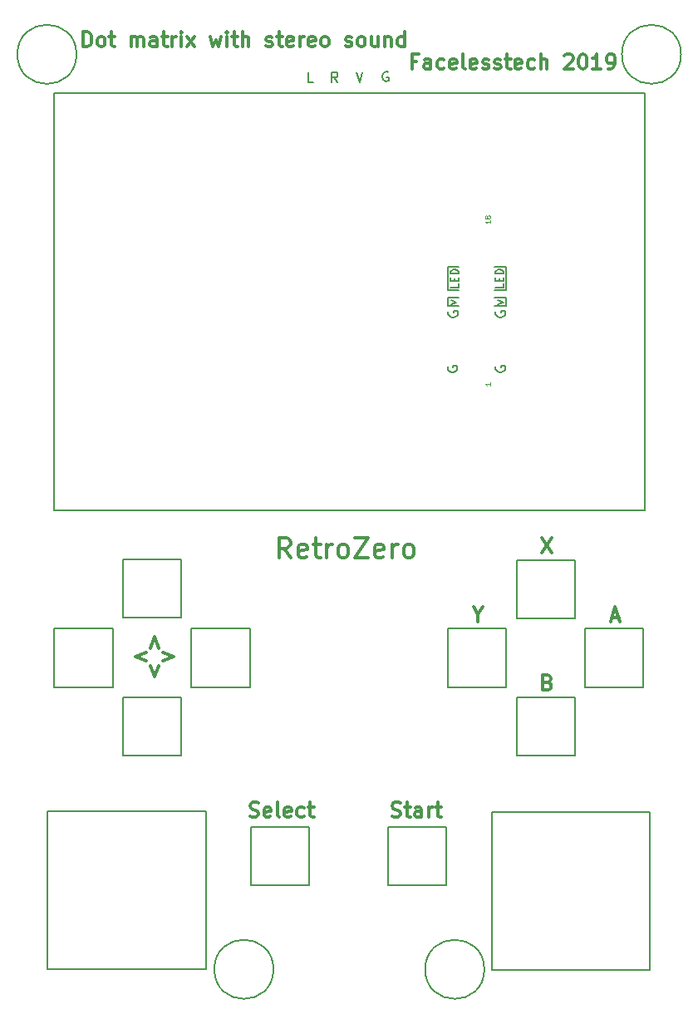
<source format=gbr>
G04 #@! TF.GenerationSoftware,KiCad,Pcbnew,5.0.2+dfsg1-1~bpo9+1*
G04 #@! TF.CreationDate,2019-01-24T11:26:08+00:00*
G04 #@! TF.ProjectId,zeroboy_new_front,7a65726f-626f-4795-9f6e-65775f66726f,rev?*
G04 #@! TF.SameCoordinates,Original*
G04 #@! TF.FileFunction,Legend,Top*
G04 #@! TF.FilePolarity,Positive*
%FSLAX46Y46*%
G04 Gerber Fmt 4.6, Leading zero omitted, Abs format (unit mm)*
G04 Created by KiCad (PCBNEW 5.0.2+dfsg1-1~bpo9+1) date Thu 24 Jan 2019 11:26:08 GMT*
%MOMM*%
%LPD*%
G01*
G04 APERTURE LIST*
%ADD10C,0.300000*%
%ADD11C,0.150000*%
%ADD12C,0.125000*%
G04 APERTURE END LIST*
D10*
X127458588Y-108684131D02*
X127030017Y-109826988D01*
X126601445Y-108684131D01*
X119786857Y-45636571D02*
X119786857Y-44136571D01*
X120144000Y-44136571D01*
X120358285Y-44208000D01*
X120501142Y-44350857D01*
X120572571Y-44493714D01*
X120644000Y-44779428D01*
X120644000Y-44993714D01*
X120572571Y-45279428D01*
X120501142Y-45422285D01*
X120358285Y-45565142D01*
X120144000Y-45636571D01*
X119786857Y-45636571D01*
X121501142Y-45636571D02*
X121358285Y-45565142D01*
X121286857Y-45493714D01*
X121215428Y-45350857D01*
X121215428Y-44922285D01*
X121286857Y-44779428D01*
X121358285Y-44708000D01*
X121501142Y-44636571D01*
X121715428Y-44636571D01*
X121858285Y-44708000D01*
X121929714Y-44779428D01*
X122001142Y-44922285D01*
X122001142Y-45350857D01*
X121929714Y-45493714D01*
X121858285Y-45565142D01*
X121715428Y-45636571D01*
X121501142Y-45636571D01*
X122429714Y-44636571D02*
X123001142Y-44636571D01*
X122644000Y-44136571D02*
X122644000Y-45422285D01*
X122715428Y-45565142D01*
X122858285Y-45636571D01*
X123001142Y-45636571D01*
X124644000Y-45636571D02*
X124644000Y-44636571D01*
X124644000Y-44779428D02*
X124715428Y-44708000D01*
X124858285Y-44636571D01*
X125072571Y-44636571D01*
X125215428Y-44708000D01*
X125286857Y-44850857D01*
X125286857Y-45636571D01*
X125286857Y-44850857D02*
X125358285Y-44708000D01*
X125501142Y-44636571D01*
X125715428Y-44636571D01*
X125858285Y-44708000D01*
X125929714Y-44850857D01*
X125929714Y-45636571D01*
X127286857Y-45636571D02*
X127286857Y-44850857D01*
X127215428Y-44708000D01*
X127072571Y-44636571D01*
X126786857Y-44636571D01*
X126644000Y-44708000D01*
X127286857Y-45565142D02*
X127144000Y-45636571D01*
X126786857Y-45636571D01*
X126644000Y-45565142D01*
X126572571Y-45422285D01*
X126572571Y-45279428D01*
X126644000Y-45136571D01*
X126786857Y-45065142D01*
X127144000Y-45065142D01*
X127286857Y-44993714D01*
X127786857Y-44636571D02*
X128358285Y-44636571D01*
X128001142Y-44136571D02*
X128001142Y-45422285D01*
X128072571Y-45565142D01*
X128215428Y-45636571D01*
X128358285Y-45636571D01*
X128858285Y-45636571D02*
X128858285Y-44636571D01*
X128858285Y-44922285D02*
X128929714Y-44779428D01*
X129001142Y-44708000D01*
X129144000Y-44636571D01*
X129286857Y-44636571D01*
X129786857Y-45636571D02*
X129786857Y-44636571D01*
X129786857Y-44136571D02*
X129715428Y-44208000D01*
X129786857Y-44279428D01*
X129858285Y-44208000D01*
X129786857Y-44136571D01*
X129786857Y-44279428D01*
X130358285Y-45636571D02*
X131144000Y-44636571D01*
X130358285Y-44636571D02*
X131144000Y-45636571D01*
X132715428Y-44636571D02*
X133001142Y-45636571D01*
X133286857Y-44922285D01*
X133572571Y-45636571D01*
X133858285Y-44636571D01*
X134429714Y-45636571D02*
X134429714Y-44636571D01*
X134429714Y-44136571D02*
X134358285Y-44208000D01*
X134429714Y-44279428D01*
X134501142Y-44208000D01*
X134429714Y-44136571D01*
X134429714Y-44279428D01*
X134929714Y-44636571D02*
X135501142Y-44636571D01*
X135144000Y-44136571D02*
X135144000Y-45422285D01*
X135215428Y-45565142D01*
X135358285Y-45636571D01*
X135501142Y-45636571D01*
X136001142Y-45636571D02*
X136001142Y-44136571D01*
X136644000Y-45636571D02*
X136644000Y-44850857D01*
X136572571Y-44708000D01*
X136429714Y-44636571D01*
X136215428Y-44636571D01*
X136072571Y-44708000D01*
X136001142Y-44779428D01*
X138429714Y-45565142D02*
X138572571Y-45636571D01*
X138858285Y-45636571D01*
X139001142Y-45565142D01*
X139072571Y-45422285D01*
X139072571Y-45350857D01*
X139001142Y-45208000D01*
X138858285Y-45136571D01*
X138644000Y-45136571D01*
X138501142Y-45065142D01*
X138429714Y-44922285D01*
X138429714Y-44850857D01*
X138501142Y-44708000D01*
X138644000Y-44636571D01*
X138858285Y-44636571D01*
X139001142Y-44708000D01*
X139501142Y-44636571D02*
X140072571Y-44636571D01*
X139715428Y-44136571D02*
X139715428Y-45422285D01*
X139786857Y-45565142D01*
X139929714Y-45636571D01*
X140072571Y-45636571D01*
X141144000Y-45565142D02*
X141001142Y-45636571D01*
X140715428Y-45636571D01*
X140572571Y-45565142D01*
X140501142Y-45422285D01*
X140501142Y-44850857D01*
X140572571Y-44708000D01*
X140715428Y-44636571D01*
X141001142Y-44636571D01*
X141144000Y-44708000D01*
X141215428Y-44850857D01*
X141215428Y-44993714D01*
X140501142Y-45136571D01*
X141858285Y-45636571D02*
X141858285Y-44636571D01*
X141858285Y-44922285D02*
X141929714Y-44779428D01*
X142001142Y-44708000D01*
X142144000Y-44636571D01*
X142286857Y-44636571D01*
X143358285Y-45565142D02*
X143215428Y-45636571D01*
X142929714Y-45636571D01*
X142786857Y-45565142D01*
X142715428Y-45422285D01*
X142715428Y-44850857D01*
X142786857Y-44708000D01*
X142929714Y-44636571D01*
X143215428Y-44636571D01*
X143358285Y-44708000D01*
X143429714Y-44850857D01*
X143429714Y-44993714D01*
X142715428Y-45136571D01*
X144286857Y-45636571D02*
X144144000Y-45565142D01*
X144072571Y-45493714D01*
X144001142Y-45350857D01*
X144001142Y-44922285D01*
X144072571Y-44779428D01*
X144144000Y-44708000D01*
X144286857Y-44636571D01*
X144501142Y-44636571D01*
X144644000Y-44708000D01*
X144715428Y-44779428D01*
X144786857Y-44922285D01*
X144786857Y-45350857D01*
X144715428Y-45493714D01*
X144644000Y-45565142D01*
X144501142Y-45636571D01*
X144286857Y-45636571D01*
X146501142Y-45565142D02*
X146644000Y-45636571D01*
X146929714Y-45636571D01*
X147072571Y-45565142D01*
X147144000Y-45422285D01*
X147144000Y-45350857D01*
X147072571Y-45208000D01*
X146929714Y-45136571D01*
X146715428Y-45136571D01*
X146572571Y-45065142D01*
X146501142Y-44922285D01*
X146501142Y-44850857D01*
X146572571Y-44708000D01*
X146715428Y-44636571D01*
X146929714Y-44636571D01*
X147072571Y-44708000D01*
X148001142Y-45636571D02*
X147858285Y-45565142D01*
X147786857Y-45493714D01*
X147715428Y-45350857D01*
X147715428Y-44922285D01*
X147786857Y-44779428D01*
X147858285Y-44708000D01*
X148001142Y-44636571D01*
X148215428Y-44636571D01*
X148358285Y-44708000D01*
X148429714Y-44779428D01*
X148501142Y-44922285D01*
X148501142Y-45350857D01*
X148429714Y-45493714D01*
X148358285Y-45565142D01*
X148215428Y-45636571D01*
X148001142Y-45636571D01*
X149786857Y-44636571D02*
X149786857Y-45636571D01*
X149144000Y-44636571D02*
X149144000Y-45422285D01*
X149215428Y-45565142D01*
X149358285Y-45636571D01*
X149572571Y-45636571D01*
X149715428Y-45565142D01*
X149786857Y-45493714D01*
X150501142Y-44636571D02*
X150501142Y-45636571D01*
X150501142Y-44779428D02*
X150572571Y-44708000D01*
X150715428Y-44636571D01*
X150929714Y-44636571D01*
X151072571Y-44708000D01*
X151144000Y-44850857D01*
X151144000Y-45636571D01*
X152501142Y-45636571D02*
X152501142Y-44136571D01*
X152501142Y-45565142D02*
X152358285Y-45636571D01*
X152072571Y-45636571D01*
X151929714Y-45565142D01*
X151858285Y-45493714D01*
X151786857Y-45350857D01*
X151786857Y-44922285D01*
X151858285Y-44779428D01*
X151929714Y-44708000D01*
X152072571Y-44636571D01*
X152358285Y-44636571D01*
X152501142Y-44708000D01*
X153754571Y-47136857D02*
X153254571Y-47136857D01*
X153254571Y-47922571D02*
X153254571Y-46422571D01*
X153968857Y-46422571D01*
X155183142Y-47922571D02*
X155183142Y-47136857D01*
X155111714Y-46994000D01*
X154968857Y-46922571D01*
X154683142Y-46922571D01*
X154540285Y-46994000D01*
X155183142Y-47851142D02*
X155040285Y-47922571D01*
X154683142Y-47922571D01*
X154540285Y-47851142D01*
X154468857Y-47708285D01*
X154468857Y-47565428D01*
X154540285Y-47422571D01*
X154683142Y-47351142D01*
X155040285Y-47351142D01*
X155183142Y-47279714D01*
X156540285Y-47851142D02*
X156397428Y-47922571D01*
X156111714Y-47922571D01*
X155968857Y-47851142D01*
X155897428Y-47779714D01*
X155826000Y-47636857D01*
X155826000Y-47208285D01*
X155897428Y-47065428D01*
X155968857Y-46994000D01*
X156111714Y-46922571D01*
X156397428Y-46922571D01*
X156540285Y-46994000D01*
X157754571Y-47851142D02*
X157611714Y-47922571D01*
X157326000Y-47922571D01*
X157183142Y-47851142D01*
X157111714Y-47708285D01*
X157111714Y-47136857D01*
X157183142Y-46994000D01*
X157326000Y-46922571D01*
X157611714Y-46922571D01*
X157754571Y-46994000D01*
X157826000Y-47136857D01*
X157826000Y-47279714D01*
X157111714Y-47422571D01*
X158683142Y-47922571D02*
X158540285Y-47851142D01*
X158468857Y-47708285D01*
X158468857Y-46422571D01*
X159826000Y-47851142D02*
X159683142Y-47922571D01*
X159397428Y-47922571D01*
X159254571Y-47851142D01*
X159183142Y-47708285D01*
X159183142Y-47136857D01*
X159254571Y-46994000D01*
X159397428Y-46922571D01*
X159683142Y-46922571D01*
X159826000Y-46994000D01*
X159897428Y-47136857D01*
X159897428Y-47279714D01*
X159183142Y-47422571D01*
X160468857Y-47851142D02*
X160611714Y-47922571D01*
X160897428Y-47922571D01*
X161040285Y-47851142D01*
X161111714Y-47708285D01*
X161111714Y-47636857D01*
X161040285Y-47494000D01*
X160897428Y-47422571D01*
X160683142Y-47422571D01*
X160540285Y-47351142D01*
X160468857Y-47208285D01*
X160468857Y-47136857D01*
X160540285Y-46994000D01*
X160683142Y-46922571D01*
X160897428Y-46922571D01*
X161040285Y-46994000D01*
X161683142Y-47851142D02*
X161826000Y-47922571D01*
X162111714Y-47922571D01*
X162254571Y-47851142D01*
X162326000Y-47708285D01*
X162326000Y-47636857D01*
X162254571Y-47494000D01*
X162111714Y-47422571D01*
X161897428Y-47422571D01*
X161754571Y-47351142D01*
X161683142Y-47208285D01*
X161683142Y-47136857D01*
X161754571Y-46994000D01*
X161897428Y-46922571D01*
X162111714Y-46922571D01*
X162254571Y-46994000D01*
X162754571Y-46922571D02*
X163326000Y-46922571D01*
X162968857Y-46422571D02*
X162968857Y-47708285D01*
X163040285Y-47851142D01*
X163183142Y-47922571D01*
X163326000Y-47922571D01*
X164397428Y-47851142D02*
X164254571Y-47922571D01*
X163968857Y-47922571D01*
X163826000Y-47851142D01*
X163754571Y-47708285D01*
X163754571Y-47136857D01*
X163826000Y-46994000D01*
X163968857Y-46922571D01*
X164254571Y-46922571D01*
X164397428Y-46994000D01*
X164468857Y-47136857D01*
X164468857Y-47279714D01*
X163754571Y-47422571D01*
X165754571Y-47851142D02*
X165611714Y-47922571D01*
X165326000Y-47922571D01*
X165183142Y-47851142D01*
X165111714Y-47779714D01*
X165040285Y-47636857D01*
X165040285Y-47208285D01*
X165111714Y-47065428D01*
X165183142Y-46994000D01*
X165326000Y-46922571D01*
X165611714Y-46922571D01*
X165754571Y-46994000D01*
X166397428Y-47922571D02*
X166397428Y-46422571D01*
X167040285Y-47922571D02*
X167040285Y-47136857D01*
X166968857Y-46994000D01*
X166826000Y-46922571D01*
X166611714Y-46922571D01*
X166468857Y-46994000D01*
X166397428Y-47065428D01*
X168826000Y-46565428D02*
X168897428Y-46494000D01*
X169040285Y-46422571D01*
X169397428Y-46422571D01*
X169540285Y-46494000D01*
X169611714Y-46565428D01*
X169683142Y-46708285D01*
X169683142Y-46851142D01*
X169611714Y-47065428D01*
X168754571Y-47922571D01*
X169683142Y-47922571D01*
X170611714Y-46422571D02*
X170754571Y-46422571D01*
X170897428Y-46494000D01*
X170968857Y-46565428D01*
X171040285Y-46708285D01*
X171111714Y-46994000D01*
X171111714Y-47351142D01*
X171040285Y-47636857D01*
X170968857Y-47779714D01*
X170897428Y-47851142D01*
X170754571Y-47922571D01*
X170611714Y-47922571D01*
X170468857Y-47851142D01*
X170397428Y-47779714D01*
X170326000Y-47636857D01*
X170254571Y-47351142D01*
X170254571Y-46994000D01*
X170326000Y-46708285D01*
X170397428Y-46565428D01*
X170468857Y-46494000D01*
X170611714Y-46422571D01*
X172540285Y-47922571D02*
X171683142Y-47922571D01*
X172111714Y-47922571D02*
X172111714Y-46422571D01*
X171968857Y-46636857D01*
X171826000Y-46779714D01*
X171683142Y-46851142D01*
X173254571Y-47922571D02*
X173540285Y-47922571D01*
X173683142Y-47851142D01*
X173754571Y-47779714D01*
X173897428Y-47565428D01*
X173968857Y-47279714D01*
X173968857Y-46708285D01*
X173897428Y-46565428D01*
X173826000Y-46494000D01*
X173683142Y-46422571D01*
X173397428Y-46422571D01*
X173254571Y-46494000D01*
X173183142Y-46565428D01*
X173111714Y-46708285D01*
X173111714Y-47065428D01*
X173183142Y-47208285D01*
X173254571Y-47279714D01*
X173397428Y-47351142D01*
X173683142Y-47351142D01*
X173826000Y-47279714D01*
X173897428Y-47208285D01*
X173968857Y-47065428D01*
X140891333Y-97678761D02*
X140224666Y-96726380D01*
X139748476Y-97678761D02*
X139748476Y-95678761D01*
X140510380Y-95678761D01*
X140700857Y-95774000D01*
X140796095Y-95869238D01*
X140891333Y-96059714D01*
X140891333Y-96345428D01*
X140796095Y-96535904D01*
X140700857Y-96631142D01*
X140510380Y-96726380D01*
X139748476Y-96726380D01*
X142510380Y-97583523D02*
X142319904Y-97678761D01*
X141938952Y-97678761D01*
X141748476Y-97583523D01*
X141653238Y-97393047D01*
X141653238Y-96631142D01*
X141748476Y-96440666D01*
X141938952Y-96345428D01*
X142319904Y-96345428D01*
X142510380Y-96440666D01*
X142605619Y-96631142D01*
X142605619Y-96821619D01*
X141653238Y-97012095D01*
X143177047Y-96345428D02*
X143938952Y-96345428D01*
X143462761Y-95678761D02*
X143462761Y-97393047D01*
X143558000Y-97583523D01*
X143748476Y-97678761D01*
X143938952Y-97678761D01*
X144605619Y-97678761D02*
X144605619Y-96345428D01*
X144605619Y-96726380D02*
X144700857Y-96535904D01*
X144796095Y-96440666D01*
X144986571Y-96345428D01*
X145177047Y-96345428D01*
X146129428Y-97678761D02*
X145938952Y-97583523D01*
X145843714Y-97488285D01*
X145748476Y-97297809D01*
X145748476Y-96726380D01*
X145843714Y-96535904D01*
X145938952Y-96440666D01*
X146129428Y-96345428D01*
X146415142Y-96345428D01*
X146605619Y-96440666D01*
X146700857Y-96535904D01*
X146796095Y-96726380D01*
X146796095Y-97297809D01*
X146700857Y-97488285D01*
X146605619Y-97583523D01*
X146415142Y-97678761D01*
X146129428Y-97678761D01*
X147462761Y-95678761D02*
X148796095Y-95678761D01*
X147462761Y-97678761D01*
X148796095Y-97678761D01*
X150319904Y-97583523D02*
X150129428Y-97678761D01*
X149748476Y-97678761D01*
X149558000Y-97583523D01*
X149462761Y-97393047D01*
X149462761Y-96631142D01*
X149558000Y-96440666D01*
X149748476Y-96345428D01*
X150129428Y-96345428D01*
X150319904Y-96440666D01*
X150415142Y-96631142D01*
X150415142Y-96821619D01*
X149462761Y-97012095D01*
X151272285Y-97678761D02*
X151272285Y-96345428D01*
X151272285Y-96726380D02*
X151367523Y-96535904D01*
X151462761Y-96440666D01*
X151653238Y-96345428D01*
X151843714Y-96345428D01*
X152796095Y-97678761D02*
X152605619Y-97583523D01*
X152510380Y-97488285D01*
X152415142Y-97297809D01*
X152415142Y-96726380D01*
X152510380Y-96535904D01*
X152605619Y-96440666D01*
X152796095Y-96345428D01*
X153081809Y-96345428D01*
X153272285Y-96440666D01*
X153367523Y-96535904D01*
X153462761Y-96726380D01*
X153462761Y-97297809D01*
X153367523Y-97488285D01*
X153272285Y-97583523D01*
X153081809Y-97678761D01*
X152796095Y-97678761D01*
X136775428Y-124051142D02*
X136989714Y-124122571D01*
X137346857Y-124122571D01*
X137489714Y-124051142D01*
X137561142Y-123979714D01*
X137632571Y-123836857D01*
X137632571Y-123694000D01*
X137561142Y-123551142D01*
X137489714Y-123479714D01*
X137346857Y-123408285D01*
X137061142Y-123336857D01*
X136918285Y-123265428D01*
X136846857Y-123194000D01*
X136775428Y-123051142D01*
X136775428Y-122908285D01*
X136846857Y-122765428D01*
X136918285Y-122694000D01*
X137061142Y-122622571D01*
X137418285Y-122622571D01*
X137632571Y-122694000D01*
X138846857Y-124051142D02*
X138704000Y-124122571D01*
X138418285Y-124122571D01*
X138275428Y-124051142D01*
X138204000Y-123908285D01*
X138204000Y-123336857D01*
X138275428Y-123194000D01*
X138418285Y-123122571D01*
X138704000Y-123122571D01*
X138846857Y-123194000D01*
X138918285Y-123336857D01*
X138918285Y-123479714D01*
X138204000Y-123622571D01*
X139775428Y-124122571D02*
X139632571Y-124051142D01*
X139561142Y-123908285D01*
X139561142Y-122622571D01*
X140918285Y-124051142D02*
X140775428Y-124122571D01*
X140489714Y-124122571D01*
X140346857Y-124051142D01*
X140275428Y-123908285D01*
X140275428Y-123336857D01*
X140346857Y-123194000D01*
X140489714Y-123122571D01*
X140775428Y-123122571D01*
X140918285Y-123194000D01*
X140989714Y-123336857D01*
X140989714Y-123479714D01*
X140275428Y-123622571D01*
X142275428Y-124051142D02*
X142132571Y-124122571D01*
X141846857Y-124122571D01*
X141704000Y-124051142D01*
X141632571Y-123979714D01*
X141561142Y-123836857D01*
X141561142Y-123408285D01*
X141632571Y-123265428D01*
X141704000Y-123194000D01*
X141846857Y-123122571D01*
X142132571Y-123122571D01*
X142275428Y-123194000D01*
X142704000Y-123122571D02*
X143275428Y-123122571D01*
X142918285Y-122622571D02*
X142918285Y-123908285D01*
X142989714Y-124051142D01*
X143132571Y-124122571D01*
X143275428Y-124122571D01*
X151241428Y-124051142D02*
X151455714Y-124122571D01*
X151812857Y-124122571D01*
X151955714Y-124051142D01*
X152027142Y-123979714D01*
X152098571Y-123836857D01*
X152098571Y-123694000D01*
X152027142Y-123551142D01*
X151955714Y-123479714D01*
X151812857Y-123408285D01*
X151527142Y-123336857D01*
X151384285Y-123265428D01*
X151312857Y-123194000D01*
X151241428Y-123051142D01*
X151241428Y-122908285D01*
X151312857Y-122765428D01*
X151384285Y-122694000D01*
X151527142Y-122622571D01*
X151884285Y-122622571D01*
X152098571Y-122694000D01*
X152527142Y-123122571D02*
X153098571Y-123122571D01*
X152741428Y-122622571D02*
X152741428Y-123908285D01*
X152812857Y-124051142D01*
X152955714Y-124122571D01*
X153098571Y-124122571D01*
X154241428Y-124122571D02*
X154241428Y-123336857D01*
X154170000Y-123194000D01*
X154027142Y-123122571D01*
X153741428Y-123122571D01*
X153598571Y-123194000D01*
X154241428Y-124051142D02*
X154098571Y-124122571D01*
X153741428Y-124122571D01*
X153598571Y-124051142D01*
X153527142Y-123908285D01*
X153527142Y-123765428D01*
X153598571Y-123622571D01*
X153741428Y-123551142D01*
X154098571Y-123551142D01*
X154241428Y-123479714D01*
X154955714Y-124122571D02*
X154955714Y-123122571D01*
X154955714Y-123408285D02*
X155027142Y-123265428D01*
X155098571Y-123194000D01*
X155241428Y-123122571D01*
X155384285Y-123122571D01*
X155670000Y-123122571D02*
X156241428Y-123122571D01*
X155884285Y-122622571D02*
X155884285Y-123908285D01*
X155955714Y-124051142D01*
X156098571Y-124122571D01*
X156241428Y-124122571D01*
X126627771Y-106895828D02*
X127056342Y-105752971D01*
X127484914Y-106895828D01*
X126199828Y-108220628D02*
X125056971Y-107792057D01*
X126199828Y-107363485D01*
X127850971Y-107374571D02*
X128993828Y-107803142D01*
X127850971Y-108231714D01*
X160020000Y-103469285D02*
X160020000Y-104183571D01*
X159520000Y-102683571D02*
X160020000Y-103469285D01*
X160520000Y-102683571D01*
X166505000Y-95698571D02*
X167505000Y-97198571D01*
X167505000Y-95698571D02*
X166505000Y-97198571D01*
X167112142Y-110382857D02*
X167326428Y-110454285D01*
X167397857Y-110525714D01*
X167469285Y-110668571D01*
X167469285Y-110882857D01*
X167397857Y-111025714D01*
X167326428Y-111097142D01*
X167183571Y-111168571D01*
X166612142Y-111168571D01*
X166612142Y-109668571D01*
X167112142Y-109668571D01*
X167255000Y-109740000D01*
X167326428Y-109811428D01*
X167397857Y-109954285D01*
X167397857Y-110097142D01*
X167326428Y-110240000D01*
X167255000Y-110311428D01*
X167112142Y-110382857D01*
X166612142Y-110382857D01*
X173632857Y-103755000D02*
X174347142Y-103755000D01*
X173490000Y-104183571D02*
X173990000Y-102683571D01*
X174490000Y-104183571D01*
D11*
G04 #@! TO.C,SW7*
X130810000Y-110871000D02*
X130810000Y-104902000D01*
X136779000Y-110871000D02*
X130810000Y-110871000D01*
X136779000Y-104902000D02*
X136779000Y-110871000D01*
X130810000Y-104902000D02*
X136779000Y-104902000D01*
G04 #@! TO.C,U6*
X160644469Y-139623800D02*
G75*
G03X160644469Y-139623800I-3012069J0D01*
G01*
G04 #@! TO.C,U1*
X161389060Y-50398680D02*
X116812060Y-50398680D01*
X161389060Y-50398680D02*
X177010060Y-50398680D01*
X177010060Y-50398680D02*
X177010060Y-92880180D01*
X177010060Y-92880180D02*
X116812060Y-92880180D01*
X116812060Y-92880180D02*
X116812060Y-71798180D01*
X116812060Y-50398680D02*
X116812060Y-71798180D01*
X161706560Y-71226680D02*
X162849560Y-71226680D01*
X162849560Y-71226680D02*
X162849560Y-72052180D01*
X162849560Y-72052180D02*
X161706560Y-72052180D01*
X158023560Y-70464680D02*
X156944060Y-70464680D01*
X156944060Y-71226680D02*
X156944060Y-72052180D01*
X158023560Y-71226680D02*
X156944060Y-71226680D01*
X156944060Y-72052180D02*
X158023560Y-72052180D01*
X158023560Y-68051680D02*
X156944060Y-68051680D01*
X156944060Y-68051680D02*
X156944060Y-70464680D01*
X161706560Y-70464680D02*
X162849560Y-70464680D01*
X162849560Y-70464680D02*
X162849560Y-68051680D01*
X162849560Y-68051680D02*
X161706560Y-68051680D01*
G04 #@! TO.C,LS1*
X124206000Y-139636500D02*
X116141500Y-139636500D01*
X116141500Y-139636500D02*
X116141500Y-123507500D01*
X116141500Y-123507500D02*
X132270500Y-123507500D01*
X132270500Y-123507500D02*
X132270500Y-139636500D01*
X132270500Y-139636500D02*
X124206000Y-139636500D01*
G04 #@! TO.C,SW2*
X163957000Y-97917000D02*
X169926000Y-97917000D01*
X169926000Y-97917000D02*
X169926000Y-103886000D01*
X169926000Y-103886000D02*
X163957000Y-103886000D01*
X163957000Y-103886000D02*
X163957000Y-97917000D01*
G04 #@! TO.C,SW3*
X123825000Y-97853500D02*
X129794000Y-97853500D01*
X129794000Y-97853500D02*
X129794000Y-103822500D01*
X129794000Y-103822500D02*
X123825000Y-103822500D01*
X123825000Y-103822500D02*
X123825000Y-97853500D01*
G04 #@! TO.C,SW4*
X123825000Y-117856000D02*
X123825000Y-111887000D01*
X129794000Y-117856000D02*
X123825000Y-117856000D01*
X129794000Y-111887000D02*
X129794000Y-117856000D01*
X123825000Y-111887000D02*
X129794000Y-111887000D01*
G04 #@! TO.C,SW5*
X163957000Y-111887000D02*
X169926000Y-111887000D01*
X169926000Y-111887000D02*
X169926000Y-117856000D01*
X169926000Y-117856000D02*
X163957000Y-117856000D01*
X163957000Y-117856000D02*
X163957000Y-111887000D01*
G04 #@! TO.C,SW8*
X136842500Y-131064000D02*
X136842500Y-125095000D01*
X142811500Y-131064000D02*
X136842500Y-131064000D01*
X142811500Y-125095000D02*
X142811500Y-131064000D01*
X136842500Y-125095000D02*
X142811500Y-125095000D01*
G04 #@! TO.C,SW9*
X156908500Y-110871000D02*
X156908500Y-104902000D01*
X162877500Y-110871000D02*
X156908500Y-110871000D01*
X162877500Y-104902000D02*
X162877500Y-110871000D01*
X156908500Y-104902000D02*
X162877500Y-104902000D01*
G04 #@! TO.C,SW10*
X150812500Y-125095000D02*
X156781500Y-125095000D01*
X156781500Y-125095000D02*
X156781500Y-131064000D01*
X156781500Y-131064000D02*
X150812500Y-131064000D01*
X150812500Y-131064000D02*
X150812500Y-125095000D01*
G04 #@! TO.C,SW11*
X116840000Y-104902000D02*
X122809000Y-104902000D01*
X122809000Y-104902000D02*
X122809000Y-110871000D01*
X122809000Y-110871000D02*
X116840000Y-110871000D01*
X116840000Y-110871000D02*
X116840000Y-104902000D01*
G04 #@! TO.C,SW12*
X170878500Y-110871000D02*
X170878500Y-104902000D01*
X176847500Y-110871000D02*
X170878500Y-110871000D01*
X176847500Y-104902000D02*
X176847500Y-110871000D01*
X170878500Y-104902000D02*
X176847500Y-104902000D01*
G04 #@! TO.C,LS2*
X169481500Y-123571000D02*
X177546000Y-123571000D01*
X177546000Y-123571000D02*
X177546000Y-139700000D01*
X177546000Y-139700000D02*
X161417000Y-139700000D01*
X161417000Y-139700000D02*
X161417000Y-123571000D01*
X161417000Y-123571000D02*
X169481500Y-123571000D01*
G04 #@! TO.C,U3*
X180685069Y-46418500D02*
G75*
G03X180685069Y-46418500I-3012069J0D01*
G01*
G04 #@! TO.C,U5*
X119090069Y-46418500D02*
G75*
G03X119090069Y-46418500I-3012069J0D01*
G01*
G04 #@! TO.C,U4*
X139156069Y-139623800D02*
G75*
G03X139156069Y-139623800I-3012069J0D01*
G01*
G04 #@! TO.C,U1*
D12*
X161234250Y-79859522D02*
X161234250Y-80145237D01*
X161234250Y-80002380D02*
X160734250Y-80002380D01*
X160805679Y-80049999D01*
X160853298Y-80097618D01*
X160877107Y-80145237D01*
X161234250Y-63333618D02*
X161234250Y-63619332D01*
X161234250Y-63476475D02*
X160734250Y-63476475D01*
X160805679Y-63524094D01*
X160853298Y-63571713D01*
X160877107Y-63619332D01*
X160948536Y-63047903D02*
X160924726Y-63095522D01*
X160900917Y-63119332D01*
X160853298Y-63143141D01*
X160829488Y-63143141D01*
X160781869Y-63119332D01*
X160758060Y-63095522D01*
X160734250Y-63047903D01*
X160734250Y-62952665D01*
X160758060Y-62905046D01*
X160781869Y-62881237D01*
X160829488Y-62857427D01*
X160853298Y-62857427D01*
X160900917Y-62881237D01*
X160924726Y-62905046D01*
X160948536Y-62952665D01*
X160948536Y-63047903D01*
X160972345Y-63095522D01*
X160996155Y-63119332D01*
X161043774Y-63143141D01*
X161139012Y-63143141D01*
X161186631Y-63119332D01*
X161210440Y-63095522D01*
X161234250Y-63047903D01*
X161234250Y-62952665D01*
X161210440Y-62905046D01*
X161186631Y-62881237D01*
X161139012Y-62857427D01*
X161043774Y-62857427D01*
X160996155Y-62881237D01*
X160972345Y-62905046D01*
X160948536Y-62952665D01*
D11*
X157280631Y-71861656D02*
X157813964Y-71671180D01*
X157280631Y-71480703D01*
X158004464Y-69772465D02*
X158004464Y-70153418D01*
X157204464Y-70153418D01*
X157585417Y-69505799D02*
X157585417Y-69239132D01*
X158004464Y-69124846D02*
X158004464Y-69505799D01*
X157204464Y-69505799D01*
X157204464Y-69124846D01*
X158004464Y-68781989D02*
X157204464Y-68781989D01*
X157204464Y-68591513D01*
X157242560Y-68477227D01*
X157318750Y-68401037D01*
X157394940Y-68362941D01*
X157547321Y-68324846D01*
X157661607Y-68324846D01*
X157813988Y-68362941D01*
X157890179Y-68401037D01*
X157966369Y-68477227D01*
X158004464Y-68591513D01*
X158004464Y-68781989D01*
X162576464Y-69772465D02*
X162576464Y-70153418D01*
X161776464Y-70153418D01*
X162157417Y-69505799D02*
X162157417Y-69239132D01*
X162576464Y-69124846D02*
X162576464Y-69505799D01*
X161776464Y-69505799D01*
X161776464Y-69124846D01*
X162576464Y-68781989D02*
X161776464Y-68781989D01*
X161776464Y-68591513D01*
X161814560Y-68477227D01*
X161890750Y-68401037D01*
X161966940Y-68362941D01*
X162119321Y-68324846D01*
X162233607Y-68324846D01*
X162385988Y-68362941D01*
X162462179Y-68401037D01*
X162538369Y-68477227D01*
X162576464Y-68591513D01*
X162576464Y-68781989D01*
X162043131Y-71861656D02*
X162576464Y-71671180D01*
X162043131Y-71480703D01*
X157015560Y-72615775D02*
X156967940Y-72711013D01*
X156967940Y-72853870D01*
X157015560Y-72996727D01*
X157110798Y-73091965D01*
X157206036Y-73139584D01*
X157396512Y-73187203D01*
X157539369Y-73187203D01*
X157729845Y-73139584D01*
X157825083Y-73091965D01*
X157920321Y-72996727D01*
X157967940Y-72853870D01*
X157967940Y-72758632D01*
X157920321Y-72615775D01*
X157872702Y-72568156D01*
X157539369Y-72568156D01*
X157539369Y-72758632D01*
X161841560Y-72615775D02*
X161793940Y-72711013D01*
X161793940Y-72853870D01*
X161841560Y-72996727D01*
X161936798Y-73091965D01*
X162032036Y-73139584D01*
X162222512Y-73187203D01*
X162365369Y-73187203D01*
X162555845Y-73139584D01*
X162651083Y-73091965D01*
X162746321Y-72996727D01*
X162793940Y-72853870D01*
X162793940Y-72758632D01*
X162746321Y-72615775D01*
X162698702Y-72568156D01*
X162365369Y-72568156D01*
X162365369Y-72758632D01*
X156952060Y-78203775D02*
X156904440Y-78299013D01*
X156904440Y-78441870D01*
X156952060Y-78584727D01*
X157047298Y-78679965D01*
X157142536Y-78727584D01*
X157333012Y-78775203D01*
X157475869Y-78775203D01*
X157666345Y-78727584D01*
X157761583Y-78679965D01*
X157856821Y-78584727D01*
X157904440Y-78441870D01*
X157904440Y-78346632D01*
X157856821Y-78203775D01*
X157809202Y-78156156D01*
X157475869Y-78156156D01*
X157475869Y-78346632D01*
X161841560Y-78203775D02*
X161793940Y-78299013D01*
X161793940Y-78441870D01*
X161841560Y-78584727D01*
X161936798Y-78679965D01*
X162032036Y-78727584D01*
X162222512Y-78775203D01*
X162365369Y-78775203D01*
X162555845Y-78727584D01*
X162651083Y-78679965D01*
X162746321Y-78584727D01*
X162793940Y-78441870D01*
X162793940Y-78346632D01*
X162746321Y-78203775D01*
X162698702Y-78156156D01*
X162365369Y-78156156D01*
X162365369Y-78346632D01*
G04 #@! TO.C,U2*
X150845804Y-48229900D02*
X150750566Y-48182280D01*
X150607709Y-48182280D01*
X150464852Y-48229900D01*
X150369614Y-48325138D01*
X150321995Y-48420376D01*
X150274376Y-48610852D01*
X150274376Y-48753709D01*
X150321995Y-48944185D01*
X150369614Y-49039423D01*
X150464852Y-49134661D01*
X150607709Y-49182280D01*
X150702947Y-49182280D01*
X150845804Y-49134661D01*
X150893423Y-49087042D01*
X150893423Y-48753709D01*
X150702947Y-48753709D01*
X147583566Y-48245780D02*
X147916900Y-49245780D01*
X148250233Y-48245780D01*
X145686423Y-49245780D02*
X145353090Y-48769590D01*
X145114995Y-49245780D02*
X145114995Y-48245780D01*
X145495947Y-48245780D01*
X145591185Y-48293400D01*
X145638804Y-48341019D01*
X145686423Y-48436257D01*
X145686423Y-48579114D01*
X145638804Y-48674352D01*
X145591185Y-48721971D01*
X145495947Y-48769590D01*
X145114995Y-48769590D01*
X143209923Y-49245780D02*
X142733733Y-49245780D01*
X142733733Y-48245780D01*
G04 #@! TD*
M02*

</source>
